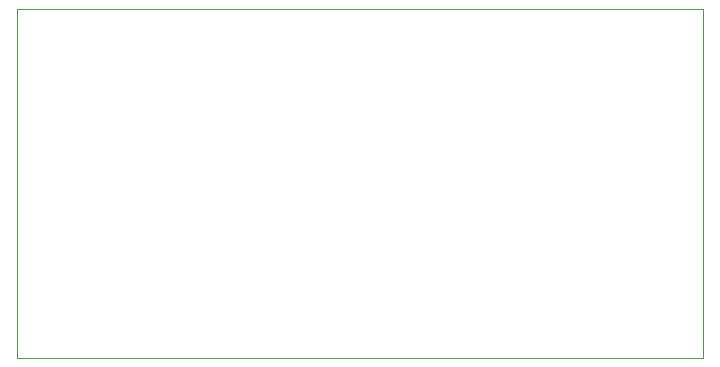
<source format=gbr>
%TF.GenerationSoftware,Altium Limited,Altium Designer,21.8.1 (53)*%
G04 Layer_Color=0*
%FSLAX45Y45*%
%MOMM*%
%TF.SameCoordinates,3ABBB52D-6C0F-4F3F-8735-87CCF78B8135*%
%TF.FilePolarity,Positive*%
%TF.FileFunction,Profile,NP*%
%TF.Part,Single*%
G01*
G75*
%TA.AperFunction,Profile*%
%ADD10C,0.02540*%
D10*
X0Y0D02*
Y2959100D01*
X5803900D01*
Y12700D01*
Y0D01*
X0D01*
%TF.MD5,2506538c5ddddb6e7cb69318aba6483b*%
M02*

</source>
